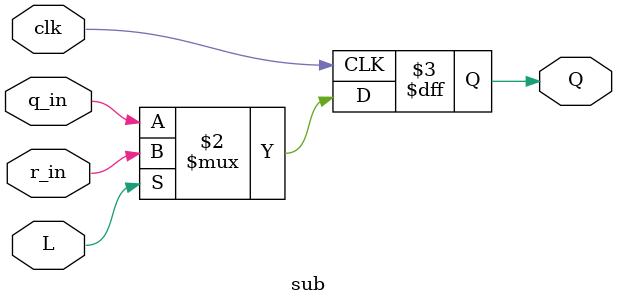
<source format=v>
module top_module (
	input [2:0] SW,      // R
	input [1:0] KEY,     // L and clk
	output [2:0] LEDR);  // Q
    sub inst0(KEY[0],KEY[1],SW[0],LEDR[2],LEDR[0]);
    sub inst1(KEY[0],KEY[1],SW[1],LEDR[0],LEDR[1]);
    sub inst2(KEY[0],KEY[1],SW[2],LEDR[2]^LEDR[1],LEDR[2]);
endmodule


module sub (
	input clk,
	input L,
	input r_in,
	input q_in,
	output reg Q);
    always @(posedge clk)begin
        Q<=(L)?r_in:q_in;
    end
endmodule

</source>
